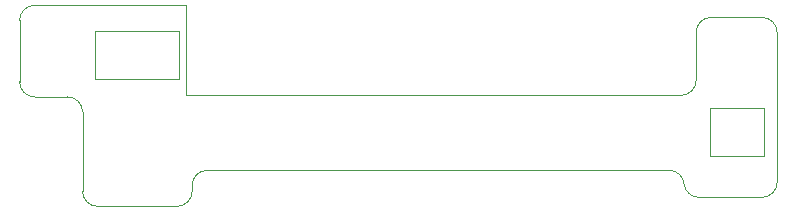
<source format=gbr>
%TF.GenerationSoftware,KiCad,Pcbnew,7.0.1*%
%TF.CreationDate,2023-03-29T08:45:06-04:00*%
%TF.ProjectId,BuckarooHAT,4275636b-6172-46f6-9f48-41542e6b6963,rev?*%
%TF.SameCoordinates,Original*%
%TF.FileFunction,Profile,NP*%
%FSLAX46Y46*%
G04 Gerber Fmt 4.6, Leading zero omitted, Abs format (unit mm)*
G04 Created by KiCad (PCBNEW 7.0.1) date 2023-03-29 08:45:06*
%MOMM*%
%LPD*%
G01*
G04 APERTURE LIST*
%TA.AperFunction,Profile*%
%ADD10C,0.100000*%
%TD*%
%TA.AperFunction,Profile*%
%ADD11C,0.050000*%
%TD*%
G04 APERTURE END LIST*
D10*
X103886000Y-79248000D02*
G75*
G03*
X102616000Y-77978000I-1270000J0D01*
G01*
X111887000Y-87249000D02*
G75*
G03*
X113157000Y-85979000I0J1270000D01*
G01*
X155829000Y-76581000D02*
X155829000Y-72517000D01*
X157099000Y-71247000D02*
G75*
G03*
X155829000Y-72517000I0J-1270000D01*
G01*
X113157000Y-85471000D02*
X113157000Y-85979000D01*
X98552000Y-76708000D02*
G75*
G03*
X99822000Y-77978000I1270000J0D01*
G01*
X112649000Y-70231000D02*
X112649000Y-77851000D01*
X154559000Y-77851000D02*
G75*
G03*
X155829000Y-76581000I0J1270000D01*
G01*
X161417000Y-86487000D02*
G75*
G03*
X162687000Y-85217000I0J1270000D01*
G01*
X103886000Y-85979000D02*
X103886000Y-79248000D01*
X98552000Y-71501000D02*
X98552000Y-76708000D01*
X162687000Y-72517000D02*
X162687000Y-85217000D01*
X162687000Y-72517000D02*
G75*
G03*
X161417000Y-71247000I-1270000J0D01*
G01*
X114427000Y-84201000D02*
G75*
G03*
X113157000Y-85471000I0J-1270000D01*
G01*
X111887000Y-87249000D02*
X105156000Y-87249000D01*
X161417000Y-86487000D02*
X156083000Y-86493334D01*
X112649000Y-77851000D02*
X154559000Y-77851000D01*
X154813000Y-85344000D02*
G75*
G03*
X153543000Y-84194666I-1270000J-127000D01*
G01*
X154813000Y-85344000D02*
G75*
G03*
X156083000Y-86493334I1270000J127000D01*
G01*
X103886000Y-85979000D02*
G75*
G03*
X105156000Y-87249000I1270000J0D01*
G01*
X99822000Y-70231000D02*
G75*
G03*
X98552000Y-71501000I0J-1270000D01*
G01*
X99822000Y-70231000D02*
X112649000Y-70231000D01*
X102616000Y-77978000D02*
X99822000Y-77978000D01*
X153543000Y-84194666D02*
X114427000Y-84201000D01*
X157099000Y-71247000D02*
X161417000Y-71247000D01*
D11*
%TO.C,J2*%
X112090200Y-72394800D02*
X104978200Y-72394800D01*
X104978200Y-72394800D02*
X104978200Y-76458800D01*
X104978200Y-76458800D02*
X112090200Y-76458800D01*
X112090200Y-76458800D02*
X112090200Y-72394800D01*
%TO.C,J1*%
X157049001Y-78885899D02*
X161621001Y-78885899D01*
X161621001Y-78885899D02*
X161621001Y-82949899D01*
X161621001Y-82949899D02*
X157049001Y-82949899D01*
X157049001Y-82949899D02*
X157049001Y-78885899D01*
%TD*%
M02*

</source>
